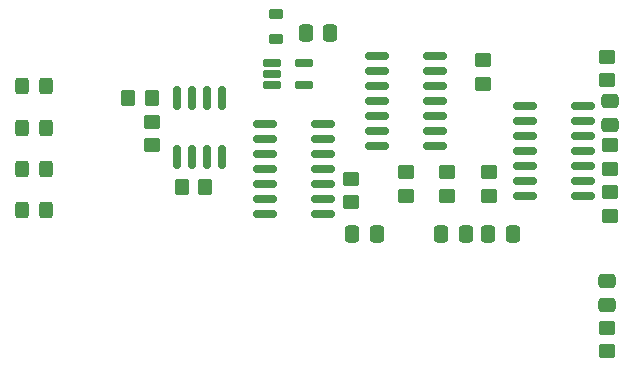
<source format=gbr>
%TF.GenerationSoftware,KiCad,Pcbnew,9.0.0*%
%TF.CreationDate,2025-05-14T01:56:31-07:00*%
%TF.ProjectId,ece223_project,65636532-3233-45f7-9072-6f6a6563742e,rev?*%
%TF.SameCoordinates,Original*%
%TF.FileFunction,Paste,Top*%
%TF.FilePolarity,Positive*%
%FSLAX46Y46*%
G04 Gerber Fmt 4.6, Leading zero omitted, Abs format (unit mm)*
G04 Created by KiCad (PCBNEW 9.0.0) date 2025-05-14 01:56:31*
%MOMM*%
%LPD*%
G01*
G04 APERTURE LIST*
G04 Aperture macros list*
%AMRoundRect*
0 Rectangle with rounded corners*
0 $1 Rounding radius*
0 $2 $3 $4 $5 $6 $7 $8 $9 X,Y pos of 4 corners*
0 Add a 4 corners polygon primitive as box body*
4,1,4,$2,$3,$4,$5,$6,$7,$8,$9,$2,$3,0*
0 Add four circle primitives for the rounded corners*
1,1,$1+$1,$2,$3*
1,1,$1+$1,$4,$5*
1,1,$1+$1,$6,$7*
1,1,$1+$1,$8,$9*
0 Add four rect primitives between the rounded corners*
20,1,$1+$1,$2,$3,$4,$5,0*
20,1,$1+$1,$4,$5,$6,$7,0*
20,1,$1+$1,$6,$7,$8,$9,0*
20,1,$1+$1,$8,$9,$2,$3,0*%
G04 Aperture macros list end*
%ADD10RoundRect,0.250000X-0.325000X-0.450000X0.325000X-0.450000X0.325000X0.450000X-0.325000X0.450000X0*%
%ADD11RoundRect,0.250000X0.337500X0.475000X-0.337500X0.475000X-0.337500X-0.475000X0.337500X-0.475000X0*%
%ADD12RoundRect,0.218750X0.381250X-0.218750X0.381250X0.218750X-0.381250X0.218750X-0.381250X-0.218750X0*%
%ADD13RoundRect,0.150000X-0.825000X-0.150000X0.825000X-0.150000X0.825000X0.150000X-0.825000X0.150000X0*%
%ADD14RoundRect,0.162500X-0.617500X-0.162500X0.617500X-0.162500X0.617500X0.162500X-0.617500X0.162500X0*%
%ADD15RoundRect,0.250000X0.350000X0.450000X-0.350000X0.450000X-0.350000X-0.450000X0.350000X-0.450000X0*%
%ADD16RoundRect,0.250000X0.450000X-0.350000X0.450000X0.350000X-0.450000X0.350000X-0.450000X-0.350000X0*%
%ADD17RoundRect,0.250000X0.475000X-0.337500X0.475000X0.337500X-0.475000X0.337500X-0.475000X-0.337500X0*%
%ADD18RoundRect,0.150000X0.825000X0.150000X-0.825000X0.150000X-0.825000X-0.150000X0.825000X-0.150000X0*%
%ADD19RoundRect,0.250000X-0.475000X0.337500X-0.475000X-0.337500X0.475000X-0.337500X0.475000X0.337500X0*%
%ADD20RoundRect,0.250000X-0.337500X-0.475000X0.337500X-0.475000X0.337500X0.475000X-0.337500X0.475000X0*%
%ADD21RoundRect,0.250000X-0.450000X0.350000X-0.450000X-0.350000X0.450000X-0.350000X0.450000X0.350000X0*%
%ADD22RoundRect,0.250000X-0.350000X-0.450000X0.350000X-0.450000X0.350000X0.450000X-0.350000X0.450000X0*%
%ADD23RoundRect,0.150000X0.150000X-0.825000X0.150000X0.825000X-0.150000X0.825000X-0.150000X-0.825000X0*%
G04 APERTURE END LIST*
D10*
%TO.C,D4*%
X34000000Y-52500000D03*
X36050000Y-52500000D03*
%TD*%
%TO.C,D2*%
X33975000Y-45500000D03*
X36025000Y-45500000D03*
%TD*%
D11*
%TO.C,C8*%
X64037500Y-54500000D03*
X61962500Y-54500000D03*
%TD*%
D12*
%TO.C,L1*%
X55500000Y-38000000D03*
X55500000Y-35875000D03*
%TD*%
D13*
%TO.C,U4*%
X54525000Y-45190000D03*
X54525000Y-46460000D03*
X54525000Y-47730000D03*
X54525000Y-49000000D03*
X54525000Y-50270000D03*
X54525000Y-51540000D03*
X54525000Y-52810000D03*
X59475000Y-52810000D03*
X59475000Y-51540000D03*
X59475000Y-50270000D03*
X59475000Y-49000000D03*
X59475000Y-47730000D03*
X59475000Y-46460000D03*
X59475000Y-45190000D03*
%TD*%
D14*
%TO.C,U5*%
X55150000Y-40000000D03*
X55150000Y-40950000D03*
X55150000Y-41900000D03*
X57850000Y-41900000D03*
X57850000Y-40000000D03*
%TD*%
D11*
%TO.C,C11*%
X71537500Y-54500000D03*
X69462500Y-54500000D03*
%TD*%
D10*
%TO.C,D1*%
X33975000Y-42000000D03*
X36025000Y-42000000D03*
%TD*%
D15*
%TO.C,R11*%
X49500000Y-50500000D03*
X47500000Y-50500000D03*
%TD*%
D16*
%TO.C,R14*%
X83500000Y-41500000D03*
X83500000Y-39500000D03*
%TD*%
D17*
%TO.C,C4*%
X83500000Y-60537500D03*
X83500000Y-58462500D03*
%TD*%
D16*
%TO.C,R12*%
X45000000Y-47000000D03*
X45000000Y-45000000D03*
%TD*%
D18*
%TO.C,U1*%
X81500000Y-51270000D03*
X81500000Y-50000000D03*
X81500000Y-48730000D03*
X81500000Y-47460000D03*
X81500000Y-46190000D03*
X81500000Y-44920000D03*
X81500000Y-43650000D03*
X76550000Y-43650000D03*
X76550000Y-44920000D03*
X76550000Y-46190000D03*
X76550000Y-47460000D03*
X76550000Y-48730000D03*
X76550000Y-50000000D03*
X76550000Y-51270000D03*
%TD*%
D19*
%TO.C,C5*%
X83808728Y-43228381D03*
X83808728Y-45303381D03*
%TD*%
D20*
%TO.C,C1*%
X58000000Y-37500000D03*
X60075000Y-37500000D03*
%TD*%
D16*
%TO.C,R22*%
X73000000Y-41770000D03*
X73000000Y-39770000D03*
%TD*%
D21*
%TO.C,R20*%
X70000000Y-49270000D03*
X70000000Y-51270000D03*
%TD*%
%TO.C,R19*%
X66500000Y-49270000D03*
X66500000Y-51270000D03*
%TD*%
D13*
%TO.C,U3*%
X64025000Y-39460000D03*
X64025000Y-40730000D03*
X64025000Y-42000000D03*
X64025000Y-43270000D03*
X64025000Y-44540000D03*
X64025000Y-45810000D03*
X64025000Y-47080000D03*
X68975000Y-47080000D03*
X68975000Y-45810000D03*
X68975000Y-44540000D03*
X68975000Y-43270000D03*
X68975000Y-42000000D03*
X68975000Y-40730000D03*
X68975000Y-39460000D03*
%TD*%
D21*
%TO.C,R9*%
X83756554Y-50949585D03*
X83756554Y-52949585D03*
%TD*%
D22*
%TO.C,R15*%
X43000000Y-43000000D03*
X45000000Y-43000000D03*
%TD*%
D20*
%TO.C,C10*%
X73462500Y-54500000D03*
X75537500Y-54500000D03*
%TD*%
D21*
%TO.C,R18*%
X61875910Y-49818500D03*
X61875910Y-51818500D03*
%TD*%
D10*
%TO.C,D3*%
X34000000Y-49000000D03*
X36050000Y-49000000D03*
%TD*%
D21*
%TO.C,R21*%
X73500000Y-49270000D03*
X73500000Y-51270000D03*
%TD*%
%TO.C,R13*%
X83473393Y-62430892D03*
X83473393Y-64430892D03*
%TD*%
%TO.C,R8*%
X83776966Y-47000000D03*
X83776966Y-49000000D03*
%TD*%
D23*
%TO.C,U2*%
X47095000Y-47975000D03*
X48365000Y-47975000D03*
X49635000Y-47975000D03*
X50905000Y-47975000D03*
X50905000Y-43025000D03*
X49635000Y-43025000D03*
X48365000Y-43025000D03*
X47095000Y-43025000D03*
%TD*%
M02*

</source>
